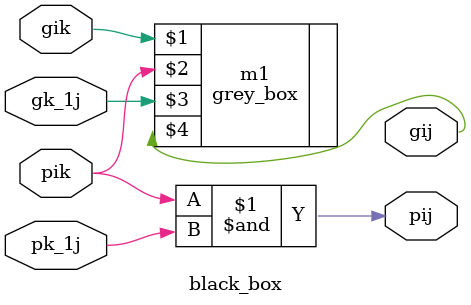
<source format=v>
module black_box(gik, pik, gk_1j, pk_1j, gij, pij
	);

	// Assigning ports as in/out
	input gik, pik, gk_1j, pk_1j;
	output gij, pij;

	// Logic connections
	grey_box	m1(gik, pik, gk_1j, gij);
	and 		a1(pij, pik, pk_1j);

endmodule

</source>
